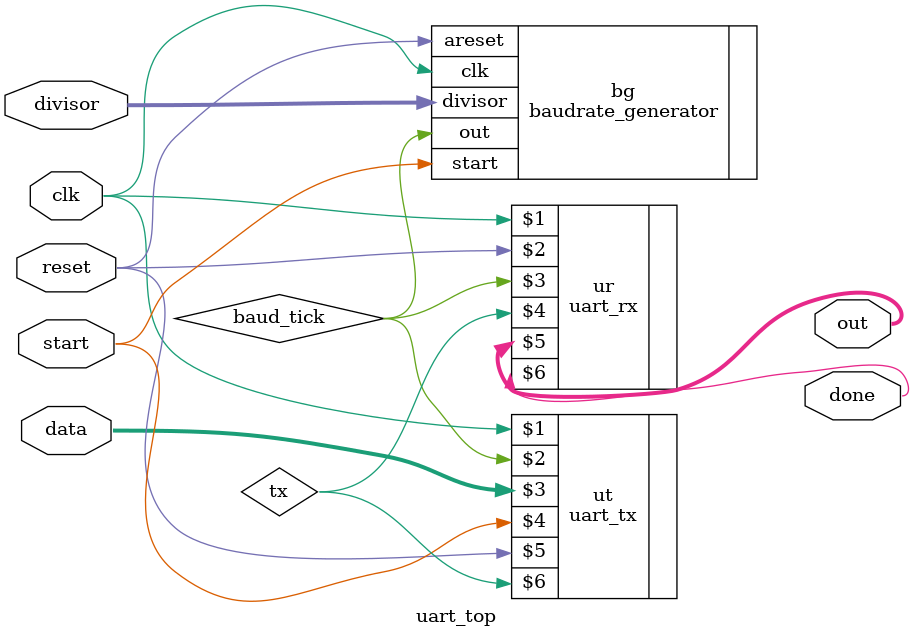
<source format=v>
module uart_top(
  input clk,
  input reset,
  input start,
  input [31:0] divisor,
  input [7:0]data,
  output [7:0]out,
  output done
);
wire baud_tick;
wire tx;
//  reg START,ARESET;
//  wire rx_or_tx;
  // module instantiations

  baudrate_generator bg ( .clk(clk), .start(start), .divisor(divisor), .areset(reset), .out(baud_tick) );
  uart_tx ut(clk ,baud_tick,data,start,reset,tx);
  uart_rx ur(clk ,reset,baud_tick,tx,out,done);
  
  
  
  
endmodule
             

</source>
